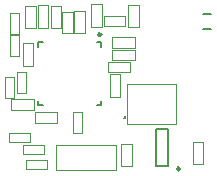
<source format=gto>
%TF.GenerationSoftware,Altium Limited,Altium Designer,24.5.2 (23)*%
G04 Layer_Color=65535*
%FSLAX45Y45*%
%MOMM*%
%TF.SameCoordinates,A44132E1-8554-4EB8-AD62-5007B9A5CA4B*%
%TF.FilePolarity,Positive*%
%TF.FileFunction,Legend,Top*%
%TF.Part,Single*%
G01*
G75*
%TA.AperFunction,NonConductor*%
%ADD32C,0.25000*%
%ADD33C,0.25400*%
%ADD34C,0.05000*%
%ADD35C,0.20000*%
D32*
X2021380Y60606D02*
G03*
X2021380Y60606I-12500J0D01*
G01*
X1354196Y1198287D02*
G03*
X1354196Y1198287I-12500J0D01*
G01*
D33*
X1556348Y494222D02*
G03*
X1556348Y494222I-5000J0D01*
G01*
D34*
X1119256Y544252D02*
X1195456D01*
X1119256Y366451D02*
X1195456D01*
Y544252D01*
X1119256Y366451D02*
Y544252D01*
X750206Y290683D02*
Y366883D01*
X572404Y290683D02*
Y366883D01*
Y290683D02*
X750206D01*
X572404Y366883D02*
X750206D01*
X866550Y184308D02*
Y260508D01*
X688748Y184308D02*
Y260508D01*
Y184308D02*
X866550D01*
X688748Y260508D02*
X866550D01*
X688748Y933029D02*
X779439D01*
X688748Y1123556D02*
X779439D01*
X688748Y933029D02*
Y1123556D01*
X779439Y933029D02*
Y1123556D01*
X791563Y447427D02*
Y538118D01*
X982091Y447427D02*
Y538118D01*
X791563D02*
X982091D01*
X791563Y447427D02*
X982091D01*
X783518Y558815D02*
Y649506D01*
X592991Y558815D02*
Y649506D01*
Y558815D02*
X783518D01*
X592991Y649506D02*
X783518D01*
X1601214Y877745D02*
Y968436D01*
X1410687Y877745D02*
Y968436D01*
Y877745D02*
X1601214D01*
X1410687Y968436D02*
X1601214D01*
X1425377Y670664D02*
X1516068D01*
X1425377Y861191D02*
X1516068D01*
X1425377Y670664D02*
Y861191D01*
X1516068Y670664D02*
Y861191D01*
X713249Y1442831D02*
X803940D01*
X713249Y1252303D02*
X803940D01*
Y1442831D01*
X713249Y1252303D02*
Y1442831D01*
X1214457Y1206782D02*
Y1397310D01*
X1123765Y1206782D02*
Y1397310D01*
X1214457D01*
X1123765Y1206782D02*
X1214457D01*
X816612Y1253284D02*
Y1443811D01*
X907303Y1253284D02*
Y1443811D01*
X816612Y1253284D02*
X907303D01*
X816612Y1443811D02*
X907303D01*
X1638445Y979807D02*
Y1070498D01*
X1447918Y979807D02*
Y1070498D01*
Y979807D02*
X1638445D01*
X1447918Y1070498D02*
X1638445D01*
X925375Y1251309D02*
X1016066D01*
X925375Y1441836D02*
X1016066D01*
X925375Y1251309D02*
Y1441836D01*
X1016066Y1251309D02*
Y1441836D01*
X1639315Y1084209D02*
Y1174900D01*
X1448787Y1084209D02*
Y1174900D01*
Y1084209D02*
X1639315D01*
X1448787Y1174900D02*
X1639315D01*
X1272414Y1452806D02*
X1363105D01*
X1272414Y1262279D02*
X1363105D01*
Y1452806D01*
X1272414Y1262279D02*
Y1452806D01*
X1580737Y1449074D02*
X1671428D01*
X1580737Y1258546D02*
X1671428D01*
Y1449074D01*
X1580737Y1258546D02*
Y1449074D01*
X2128241Y290006D02*
X2218933D01*
X2128241Y99479D02*
X2218933D01*
Y290006D01*
X2128241Y99479D02*
Y290006D01*
X1614085Y82846D02*
Y273373D01*
X1523394Y82846D02*
Y273373D01*
X1614085D01*
X1523394Y82846D02*
X1614085D01*
X970254Y260426D02*
X1480255D01*
X970254Y50425D02*
X1480255D01*
X970254D02*
Y260426D01*
X1480255Y50425D02*
Y260426D01*
X1025296Y1388674D02*
X1116363D01*
X1025296Y1209268D02*
X1116363D01*
Y1388674D01*
X1025296Y1209268D02*
Y1388674D01*
X1556074Y1265911D02*
Y1356978D01*
X1376667Y1265911D02*
Y1356978D01*
Y1265911D02*
X1556074D01*
X1376667Y1356978D02*
X1556074D01*
X585059Y1381370D02*
X661259D01*
X585059Y1203568D02*
X661259D01*
Y1381370D01*
X585059Y1203568D02*
Y1381370D01*
X642043Y699704D02*
Y877506D01*
X718244Y699704D02*
Y877506D01*
X642043Y699704D02*
X718244D01*
X642043Y877506D02*
X718244D01*
X544109Y660943D02*
Y838744D01*
X620309Y660943D02*
Y838744D01*
X544109Y660943D02*
X620309D01*
X544109Y838744D02*
X620309D01*
X584199Y1016000D02*
X660400D01*
X584199Y1193802D02*
X660400D01*
X584199Y1016000D02*
Y1193802D01*
X660400Y1016000D02*
Y1193802D01*
X1576348Y439222D02*
Y779222D01*
X1986348Y439222D02*
Y779222D01*
X1576348D02*
X1986348D01*
X1576348Y439222D02*
X1986348D01*
X717860Y56019D02*
Y132220D01*
X895662Y56019D02*
Y132220D01*
X717860D02*
X895662D01*
X717860Y56019D02*
X895662D01*
D35*
X2213759Y1247376D02*
X2283759D01*
X2213759Y1374376D02*
X2283759D01*
X1821380Y85606D02*
Y395606D01*
X1921380Y85606D02*
Y395606D01*
X1821380D02*
X1921380D01*
X1821380Y85606D02*
X1921380D01*
X1316696Y1133287D02*
X1356696D01*
Y1093287D02*
Y1133287D01*
Y598287D02*
Y638287D01*
X1316696Y598287D02*
X1356696D01*
X821696D02*
X861696D01*
X821696D02*
Y638287D01*
Y1133287D02*
X861696D01*
X821696Y1093287D02*
Y1133287D01*
%TF.MD5,7eb44f1ccd2ed601fa53a457e12fdfb8*%
M02*

</source>
